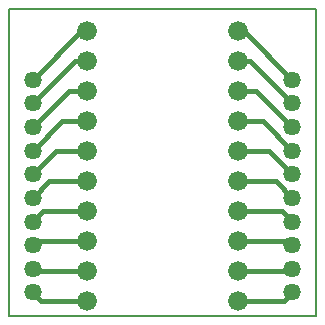
<source format=gtl>
G75*
%MOIN*%
%OFA0B0*%
%FSLAX25Y25*%
%IPPOS*%
%LPD*%
%AMOC8*
5,1,8,0,0,1.08239X$1,22.5*
%
%ADD10C,0.00800*%
%ADD11C,0.06600*%
%ADD12C,0.05750*%
%ADD13C,0.01600*%
D10*
X0036833Y0026006D02*
X0036833Y0128369D01*
X0139195Y0128369D01*
X0139195Y0026006D01*
X0036833Y0026006D01*
D11*
X0062833Y0031006D03*
X0062833Y0041006D03*
X0062833Y0051006D03*
X0062833Y0061006D03*
X0062833Y0071006D03*
X0062833Y0081006D03*
X0062833Y0091006D03*
X0062833Y0101006D03*
X0062833Y0111006D03*
X0062833Y0121006D03*
X0113333Y0121006D03*
X0113333Y0111006D03*
X0113333Y0101006D03*
X0113333Y0091006D03*
X0113333Y0081006D03*
X0113333Y0071006D03*
X0113333Y0061006D03*
X0113333Y0051006D03*
X0113333Y0041006D03*
X0113333Y0031006D03*
D12*
X0131321Y0033880D03*
X0131321Y0041754D03*
X0131321Y0049628D03*
X0131321Y0057502D03*
X0131321Y0065376D03*
X0131321Y0073250D03*
X0131321Y0081124D03*
X0131321Y0088998D03*
X0131321Y0096872D03*
X0131321Y0104746D03*
X0044707Y0104746D03*
X0044707Y0096872D03*
X0044707Y0088998D03*
X0044707Y0081124D03*
X0044707Y0073250D03*
X0044707Y0065376D03*
X0044707Y0057502D03*
X0044707Y0049628D03*
X0044707Y0041754D03*
X0044707Y0033880D03*
D13*
X0047581Y0031006D01*
X0062833Y0031006D01*
X0062833Y0041006D02*
X0045455Y0041006D01*
X0044707Y0041754D01*
X0044707Y0049628D02*
X0046085Y0051006D01*
X0062833Y0051006D01*
X0062833Y0061006D02*
X0048211Y0061006D01*
X0044707Y0057502D01*
X0044707Y0065376D02*
X0050337Y0071006D01*
X0062833Y0071006D01*
X0062833Y0081006D02*
X0052463Y0081006D01*
X0044707Y0073250D01*
X0044707Y0081124D02*
X0054589Y0091006D01*
X0062833Y0091006D01*
X0062833Y0101006D02*
X0056715Y0101006D01*
X0044707Y0088998D01*
X0044707Y0096872D02*
X0058841Y0111006D01*
X0062833Y0111006D01*
X0062833Y0121006D02*
X0060967Y0121006D01*
X0044707Y0104746D01*
X0113333Y0101006D02*
X0119313Y0101006D01*
X0131321Y0088998D01*
X0131321Y0081124D02*
X0121439Y0091006D01*
X0113333Y0091006D01*
X0113333Y0081006D02*
X0123565Y0081006D01*
X0131321Y0073250D01*
X0125691Y0071006D02*
X0113333Y0071006D01*
X0113333Y0061006D02*
X0127817Y0061006D01*
X0131321Y0057502D01*
X0129943Y0051006D02*
X0113333Y0051006D01*
X0113333Y0041006D02*
X0130573Y0041006D01*
X0131321Y0041754D01*
X0131321Y0033880D02*
X0128447Y0031006D01*
X0113333Y0031006D01*
X0131321Y0049628D02*
X0129943Y0051006D01*
X0131321Y0065376D02*
X0125691Y0071006D01*
X0131321Y0096872D02*
X0117187Y0111006D01*
X0113333Y0111006D01*
X0113333Y0121006D02*
X0115061Y0121006D01*
X0131321Y0104746D01*
M02*

</source>
